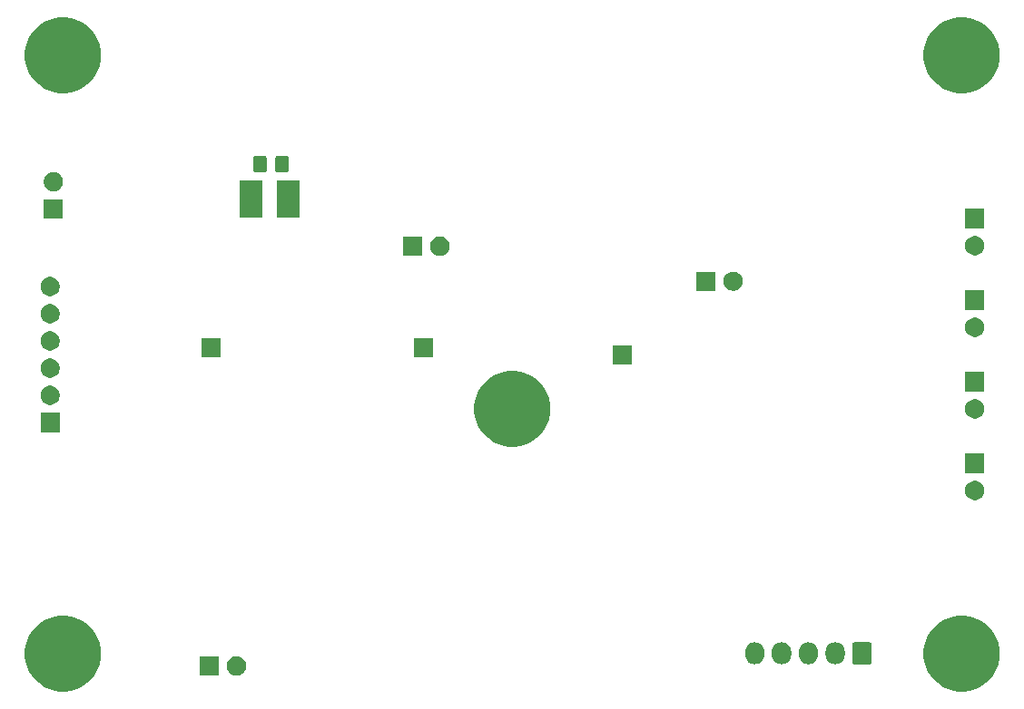
<source format=gbr>
G04 #@! TF.GenerationSoftware,KiCad,Pcbnew,(5.1.5)-3*
G04 #@! TF.CreationDate,2020-06-22T17:40:47-04:00*
G04 #@! TF.ProjectId,lab-supply-usb-boost-buck,6c61622d-7375-4707-906c-792d7573622d,rev?*
G04 #@! TF.SameCoordinates,Original*
G04 #@! TF.FileFunction,Soldermask,Bot*
G04 #@! TF.FilePolarity,Negative*
%FSLAX46Y46*%
G04 Gerber Fmt 4.6, Leading zero omitted, Abs format (unit mm)*
G04 Created by KiCad (PCBNEW (5.1.5)-3) date 2020-06-22 17:40:47*
%MOMM*%
%LPD*%
G04 APERTURE LIST*
%ADD10C,0.100000*%
G04 APERTURE END LIST*
D10*
G36*
X163593543Y-110892867D02*
G01*
X164238382Y-111159968D01*
X164817414Y-111546865D01*
X164818725Y-111547741D01*
X165312259Y-112041275D01*
X165312261Y-112041278D01*
X165700032Y-112621618D01*
X165967133Y-113266457D01*
X166103300Y-113951015D01*
X166103300Y-114648985D01*
X165967133Y-115333543D01*
X165700032Y-115978382D01*
X165455867Y-116343800D01*
X165312259Y-116558725D01*
X164818725Y-117052259D01*
X164818722Y-117052261D01*
X164238382Y-117440032D01*
X163593543Y-117707133D01*
X162908985Y-117843300D01*
X162211015Y-117843300D01*
X161526457Y-117707133D01*
X160881618Y-117440032D01*
X160301278Y-117052261D01*
X160301275Y-117052259D01*
X159807741Y-116558725D01*
X159664133Y-116343800D01*
X159419968Y-115978382D01*
X159152867Y-115333543D01*
X159016700Y-114648985D01*
X159016700Y-113951015D01*
X159152867Y-113266457D01*
X159419968Y-112621618D01*
X159807739Y-112041278D01*
X159807741Y-112041275D01*
X160301275Y-111547741D01*
X160302586Y-111546865D01*
X160881618Y-111159968D01*
X161526457Y-110892867D01*
X162211015Y-110756700D01*
X162908985Y-110756700D01*
X163593543Y-110892867D01*
G37*
G36*
X79773543Y-110892867D02*
G01*
X80418382Y-111159968D01*
X80997414Y-111546865D01*
X80998725Y-111547741D01*
X81492259Y-112041275D01*
X81492261Y-112041278D01*
X81880032Y-112621618D01*
X82147133Y-113266457D01*
X82283300Y-113951015D01*
X82283300Y-114648985D01*
X82147133Y-115333543D01*
X81880032Y-115978382D01*
X81635867Y-116343800D01*
X81492259Y-116558725D01*
X80998725Y-117052259D01*
X80998722Y-117052261D01*
X80418382Y-117440032D01*
X79773543Y-117707133D01*
X79088985Y-117843300D01*
X78391015Y-117843300D01*
X77706457Y-117707133D01*
X77061618Y-117440032D01*
X76481278Y-117052261D01*
X76481275Y-117052259D01*
X75987741Y-116558725D01*
X75844133Y-116343800D01*
X75599968Y-115978382D01*
X75332867Y-115333543D01*
X75196700Y-114648985D01*
X75196700Y-113951015D01*
X75332867Y-113266457D01*
X75599968Y-112621618D01*
X75987739Y-112041278D01*
X75987741Y-112041275D01*
X76481275Y-111547741D01*
X76482586Y-111546865D01*
X77061618Y-111159968D01*
X77706457Y-110892867D01*
X78391015Y-110756700D01*
X79088985Y-110756700D01*
X79773543Y-110892867D01*
G37*
G36*
X95182554Y-114576817D02*
G01*
X95346489Y-114644721D01*
X95494027Y-114743303D01*
X95619497Y-114868773D01*
X95718079Y-115016311D01*
X95785983Y-115180246D01*
X95820600Y-115354279D01*
X95820600Y-115531721D01*
X95785983Y-115705754D01*
X95718079Y-115869689D01*
X95619497Y-116017227D01*
X95494027Y-116142697D01*
X95346489Y-116241279D01*
X95182554Y-116309183D01*
X95008521Y-116343800D01*
X94831079Y-116343800D01*
X94657046Y-116309183D01*
X94493111Y-116241279D01*
X94345573Y-116142697D01*
X94220103Y-116017227D01*
X94121521Y-115869689D01*
X94053617Y-115705754D01*
X94019000Y-115531721D01*
X94019000Y-115354279D01*
X94053617Y-115180246D01*
X94121521Y-115016311D01*
X94220103Y-114868773D01*
X94345573Y-114743303D01*
X94493111Y-114644721D01*
X94657046Y-114576817D01*
X94831079Y-114542200D01*
X95008521Y-114542200D01*
X95182554Y-114576817D01*
G37*
G36*
X93280600Y-116343800D02*
G01*
X91479000Y-116343800D01*
X91479000Y-114542200D01*
X93280600Y-114542200D01*
X93280600Y-116343800D01*
G37*
G36*
X145940189Y-113249134D02*
G01*
X146109989Y-113300642D01*
X146266479Y-113384288D01*
X146403644Y-113496856D01*
X146516212Y-113634021D01*
X146599858Y-113790512D01*
X146651366Y-113960310D01*
X146664400Y-114092651D01*
X146664400Y-114431150D01*
X146651366Y-114563489D01*
X146599858Y-114733289D01*
X146516212Y-114889779D01*
X146403644Y-115026944D01*
X146266477Y-115139514D01*
X146109991Y-115223157D01*
X145940188Y-115274666D01*
X145763600Y-115292058D01*
X145587011Y-115274666D01*
X145417211Y-115223158D01*
X145260721Y-115139512D01*
X145123556Y-115026944D01*
X145010986Y-114889777D01*
X144927343Y-114733291D01*
X144875834Y-114563488D01*
X144862800Y-114431149D01*
X144862800Y-114092650D01*
X144875834Y-113960311D01*
X144927342Y-113790511D01*
X145010988Y-113634021D01*
X145123557Y-113496856D01*
X145260722Y-113384288D01*
X145417212Y-113300642D01*
X145587012Y-113249134D01*
X145763600Y-113231742D01*
X145940189Y-113249134D01*
G37*
G36*
X148440189Y-113249134D02*
G01*
X148609989Y-113300642D01*
X148766479Y-113384288D01*
X148903644Y-113496856D01*
X149016212Y-113634021D01*
X149099858Y-113790512D01*
X149151366Y-113960310D01*
X149164400Y-114092651D01*
X149164400Y-114431150D01*
X149151366Y-114563489D01*
X149099858Y-114733289D01*
X149016212Y-114889779D01*
X148903644Y-115026944D01*
X148766477Y-115139514D01*
X148609991Y-115223157D01*
X148440188Y-115274666D01*
X148263600Y-115292058D01*
X148087011Y-115274666D01*
X147917211Y-115223158D01*
X147760721Y-115139512D01*
X147623556Y-115026944D01*
X147510986Y-114889777D01*
X147427343Y-114733291D01*
X147375834Y-114563488D01*
X147362800Y-114431149D01*
X147362800Y-114092650D01*
X147375834Y-113960311D01*
X147427342Y-113790511D01*
X147510988Y-113634021D01*
X147623557Y-113496856D01*
X147760722Y-113384288D01*
X147917212Y-113300642D01*
X148087012Y-113249134D01*
X148263600Y-113231742D01*
X148440189Y-113249134D01*
G37*
G36*
X150940189Y-113249134D02*
G01*
X151109989Y-113300642D01*
X151266479Y-113384288D01*
X151403644Y-113496856D01*
X151516212Y-113634021D01*
X151599858Y-113790512D01*
X151651366Y-113960310D01*
X151664400Y-114092651D01*
X151664400Y-114431150D01*
X151651366Y-114563489D01*
X151599858Y-114733289D01*
X151516212Y-114889779D01*
X151403644Y-115026944D01*
X151266477Y-115139514D01*
X151109991Y-115223157D01*
X150940188Y-115274666D01*
X150763600Y-115292058D01*
X150587011Y-115274666D01*
X150417211Y-115223158D01*
X150260721Y-115139512D01*
X150123556Y-115026944D01*
X150010986Y-114889777D01*
X149927343Y-114733291D01*
X149875834Y-114563488D01*
X149862800Y-114431149D01*
X149862800Y-114092650D01*
X149875834Y-113960311D01*
X149927342Y-113790511D01*
X150010988Y-113634021D01*
X150123557Y-113496856D01*
X150260722Y-113384288D01*
X150417212Y-113300642D01*
X150587012Y-113249134D01*
X150763600Y-113231742D01*
X150940189Y-113249134D01*
G37*
G36*
X143440189Y-113249134D02*
G01*
X143609989Y-113300642D01*
X143766479Y-113384288D01*
X143903644Y-113496856D01*
X144016212Y-113634021D01*
X144099858Y-113790512D01*
X144151366Y-113960310D01*
X144164400Y-114092651D01*
X144164400Y-114431150D01*
X144151366Y-114563489D01*
X144099858Y-114733289D01*
X144016212Y-114889779D01*
X143903644Y-115026944D01*
X143766477Y-115139514D01*
X143609991Y-115223157D01*
X143440188Y-115274666D01*
X143263600Y-115292058D01*
X143087011Y-115274666D01*
X142917211Y-115223158D01*
X142760721Y-115139512D01*
X142623556Y-115026944D01*
X142510986Y-114889777D01*
X142427343Y-114733291D01*
X142375834Y-114563488D01*
X142362800Y-114431149D01*
X142362800Y-114092650D01*
X142375834Y-113960311D01*
X142427342Y-113790511D01*
X142510988Y-113634021D01*
X142623557Y-113496856D01*
X142760722Y-113384288D01*
X142917212Y-113300642D01*
X143087012Y-113249134D01*
X143263600Y-113231742D01*
X143440189Y-113249134D01*
G37*
G36*
X154008779Y-113240296D02*
G01*
X154044930Y-113251262D01*
X154078251Y-113269073D01*
X154107458Y-113293042D01*
X154131427Y-113322249D01*
X154149238Y-113355570D01*
X154160204Y-113391721D01*
X154164400Y-113434318D01*
X154164400Y-115089482D01*
X154160204Y-115132079D01*
X154149238Y-115168230D01*
X154131427Y-115201551D01*
X154107458Y-115230758D01*
X154078251Y-115254727D01*
X154044930Y-115272538D01*
X154008779Y-115283504D01*
X153966182Y-115287700D01*
X152561018Y-115287700D01*
X152518421Y-115283504D01*
X152482270Y-115272538D01*
X152448949Y-115254727D01*
X152419742Y-115230758D01*
X152395773Y-115201551D01*
X152377962Y-115168230D01*
X152366996Y-115132079D01*
X152362800Y-115089482D01*
X152362800Y-113434318D01*
X152366996Y-113391721D01*
X152377962Y-113355570D01*
X152395773Y-113322249D01*
X152419742Y-113293042D01*
X152448949Y-113269073D01*
X152482270Y-113251262D01*
X152518421Y-113240296D01*
X152561018Y-113236100D01*
X153966182Y-113236100D01*
X154008779Y-113240296D01*
G37*
G36*
X164041954Y-98193817D02*
G01*
X164205889Y-98261721D01*
X164353427Y-98360303D01*
X164478897Y-98485773D01*
X164577479Y-98633311D01*
X164645383Y-98797246D01*
X164680000Y-98971279D01*
X164680000Y-99148721D01*
X164645383Y-99322754D01*
X164577479Y-99486689D01*
X164478897Y-99634227D01*
X164353427Y-99759697D01*
X164205889Y-99858279D01*
X164041954Y-99926183D01*
X163867921Y-99960800D01*
X163690479Y-99960800D01*
X163516446Y-99926183D01*
X163352511Y-99858279D01*
X163204973Y-99759697D01*
X163079503Y-99634227D01*
X162980921Y-99486689D01*
X162913017Y-99322754D01*
X162878400Y-99148721D01*
X162878400Y-98971279D01*
X162913017Y-98797246D01*
X162980921Y-98633311D01*
X163079503Y-98485773D01*
X163204973Y-98360303D01*
X163352511Y-98261721D01*
X163516446Y-98193817D01*
X163690479Y-98159200D01*
X163867921Y-98159200D01*
X164041954Y-98193817D01*
G37*
G36*
X164680000Y-97420800D02*
G01*
X162878400Y-97420800D01*
X162878400Y-95619200D01*
X164680000Y-95619200D01*
X164680000Y-97420800D01*
G37*
G36*
X121683543Y-88032867D02*
G01*
X122328382Y-88299968D01*
X122907414Y-88686865D01*
X122908725Y-88687741D01*
X123402259Y-89181275D01*
X123402261Y-89181278D01*
X123790032Y-89761618D01*
X124057133Y-90406457D01*
X124193300Y-91091015D01*
X124193300Y-91788985D01*
X124057133Y-92473543D01*
X123790032Y-93118382D01*
X123403135Y-93697414D01*
X123402259Y-93698725D01*
X122908725Y-94192259D01*
X122908722Y-94192261D01*
X122328382Y-94580032D01*
X121683543Y-94847133D01*
X120998985Y-94983300D01*
X120301015Y-94983300D01*
X119616457Y-94847133D01*
X118971618Y-94580032D01*
X118391278Y-94192261D01*
X118391275Y-94192259D01*
X117897741Y-93698725D01*
X117896865Y-93697414D01*
X117509968Y-93118382D01*
X117242867Y-92473543D01*
X117106700Y-91788985D01*
X117106700Y-91091015D01*
X117242867Y-90406457D01*
X117509968Y-89761618D01*
X117897739Y-89181278D01*
X117897741Y-89181275D01*
X118391275Y-88687741D01*
X118392586Y-88686865D01*
X118971618Y-88299968D01*
X119616457Y-88032867D01*
X120301015Y-87896700D01*
X120998985Y-87896700D01*
X121683543Y-88032867D01*
G37*
G36*
X78447000Y-93610800D02*
G01*
X76645400Y-93610800D01*
X76645400Y-91809200D01*
X78447000Y-91809200D01*
X78447000Y-93610800D01*
G37*
G36*
X164041954Y-90573817D02*
G01*
X164205889Y-90641721D01*
X164353427Y-90740303D01*
X164478897Y-90865773D01*
X164577479Y-91013311D01*
X164645383Y-91177246D01*
X164680000Y-91351279D01*
X164680000Y-91528721D01*
X164645383Y-91702754D01*
X164577479Y-91866689D01*
X164478897Y-92014227D01*
X164353427Y-92139697D01*
X164205889Y-92238279D01*
X164041954Y-92306183D01*
X163867921Y-92340800D01*
X163690479Y-92340800D01*
X163516446Y-92306183D01*
X163352511Y-92238279D01*
X163204973Y-92139697D01*
X163079503Y-92014227D01*
X162980921Y-91866689D01*
X162913017Y-91702754D01*
X162878400Y-91528721D01*
X162878400Y-91351279D01*
X162913017Y-91177246D01*
X162980921Y-91013311D01*
X163079503Y-90865773D01*
X163204973Y-90740303D01*
X163352511Y-90641721D01*
X163516446Y-90573817D01*
X163690479Y-90539200D01*
X163867921Y-90539200D01*
X164041954Y-90573817D01*
G37*
G36*
X77808954Y-89303817D02*
G01*
X77972889Y-89371721D01*
X78120427Y-89470303D01*
X78245897Y-89595773D01*
X78344479Y-89743311D01*
X78412383Y-89907246D01*
X78447000Y-90081279D01*
X78447000Y-90258721D01*
X78412383Y-90432754D01*
X78344479Y-90596689D01*
X78245897Y-90744227D01*
X78120427Y-90869697D01*
X77972889Y-90968279D01*
X77808954Y-91036183D01*
X77634921Y-91070800D01*
X77457479Y-91070800D01*
X77283446Y-91036183D01*
X77119511Y-90968279D01*
X76971973Y-90869697D01*
X76846503Y-90744227D01*
X76747921Y-90596689D01*
X76680017Y-90432754D01*
X76645400Y-90258721D01*
X76645400Y-90081279D01*
X76680017Y-89907246D01*
X76747921Y-89743311D01*
X76846503Y-89595773D01*
X76971973Y-89470303D01*
X77119511Y-89371721D01*
X77283446Y-89303817D01*
X77457479Y-89269200D01*
X77634921Y-89269200D01*
X77808954Y-89303817D01*
G37*
G36*
X164680000Y-89800800D02*
G01*
X162878400Y-89800800D01*
X162878400Y-87999200D01*
X164680000Y-87999200D01*
X164680000Y-89800800D01*
G37*
G36*
X77808954Y-86763817D02*
G01*
X77972889Y-86831721D01*
X78120427Y-86930303D01*
X78245897Y-87055773D01*
X78344479Y-87203311D01*
X78412383Y-87367246D01*
X78447000Y-87541279D01*
X78447000Y-87718721D01*
X78412383Y-87892754D01*
X78344479Y-88056689D01*
X78245897Y-88204227D01*
X78120427Y-88329697D01*
X77972889Y-88428279D01*
X77808954Y-88496183D01*
X77634921Y-88530800D01*
X77457479Y-88530800D01*
X77283446Y-88496183D01*
X77119511Y-88428279D01*
X76971973Y-88329697D01*
X76846503Y-88204227D01*
X76747921Y-88056689D01*
X76680017Y-87892754D01*
X76645400Y-87718721D01*
X76645400Y-87541279D01*
X76680017Y-87367246D01*
X76747921Y-87203311D01*
X76846503Y-87055773D01*
X76971973Y-86930303D01*
X77119511Y-86831721D01*
X77283446Y-86763817D01*
X77457479Y-86729200D01*
X77634921Y-86729200D01*
X77808954Y-86763817D01*
G37*
G36*
X131787000Y-87298900D02*
G01*
X129985400Y-87298900D01*
X129985400Y-85497300D01*
X131787000Y-85497300D01*
X131787000Y-87298900D01*
G37*
G36*
X113295800Y-86625800D02*
G01*
X111494200Y-86625800D01*
X111494200Y-84824200D01*
X113295800Y-84824200D01*
X113295800Y-86625800D01*
G37*
G36*
X93483800Y-86625800D02*
G01*
X91682200Y-86625800D01*
X91682200Y-84824200D01*
X93483800Y-84824200D01*
X93483800Y-86625800D01*
G37*
G36*
X77808954Y-84223817D02*
G01*
X77972889Y-84291721D01*
X78120427Y-84390303D01*
X78245897Y-84515773D01*
X78344479Y-84663311D01*
X78412383Y-84827246D01*
X78447000Y-85001279D01*
X78447000Y-85178721D01*
X78412383Y-85352754D01*
X78344479Y-85516689D01*
X78245897Y-85664227D01*
X78120427Y-85789697D01*
X77972889Y-85888279D01*
X77808954Y-85956183D01*
X77634921Y-85990800D01*
X77457479Y-85990800D01*
X77283446Y-85956183D01*
X77119511Y-85888279D01*
X76971973Y-85789697D01*
X76846503Y-85664227D01*
X76747921Y-85516689D01*
X76680017Y-85352754D01*
X76645400Y-85178721D01*
X76645400Y-85001279D01*
X76680017Y-84827246D01*
X76747921Y-84663311D01*
X76846503Y-84515773D01*
X76971973Y-84390303D01*
X77119511Y-84291721D01*
X77283446Y-84223817D01*
X77457479Y-84189200D01*
X77634921Y-84189200D01*
X77808954Y-84223817D01*
G37*
G36*
X164041954Y-82953817D02*
G01*
X164205889Y-83021721D01*
X164353427Y-83120303D01*
X164478897Y-83245773D01*
X164577479Y-83393311D01*
X164645383Y-83557246D01*
X164680000Y-83731279D01*
X164680000Y-83908721D01*
X164645383Y-84082754D01*
X164577479Y-84246689D01*
X164478897Y-84394227D01*
X164353427Y-84519697D01*
X164205889Y-84618279D01*
X164041954Y-84686183D01*
X163867921Y-84720800D01*
X163690479Y-84720800D01*
X163516446Y-84686183D01*
X163352511Y-84618279D01*
X163204973Y-84519697D01*
X163079503Y-84394227D01*
X162980921Y-84246689D01*
X162913017Y-84082754D01*
X162878400Y-83908721D01*
X162878400Y-83731279D01*
X162913017Y-83557246D01*
X162980921Y-83393311D01*
X163079503Y-83245773D01*
X163204973Y-83120303D01*
X163352511Y-83021721D01*
X163516446Y-82953817D01*
X163690479Y-82919200D01*
X163867921Y-82919200D01*
X164041954Y-82953817D01*
G37*
G36*
X77808954Y-81683817D02*
G01*
X77972889Y-81751721D01*
X78120427Y-81850303D01*
X78245897Y-81975773D01*
X78344479Y-82123311D01*
X78412383Y-82287246D01*
X78447000Y-82461279D01*
X78447000Y-82638721D01*
X78412383Y-82812754D01*
X78344479Y-82976689D01*
X78245897Y-83124227D01*
X78120427Y-83249697D01*
X77972889Y-83348279D01*
X77808954Y-83416183D01*
X77634921Y-83450800D01*
X77457479Y-83450800D01*
X77283446Y-83416183D01*
X77119511Y-83348279D01*
X76971973Y-83249697D01*
X76846503Y-83124227D01*
X76747921Y-82976689D01*
X76680017Y-82812754D01*
X76645400Y-82638721D01*
X76645400Y-82461279D01*
X76680017Y-82287246D01*
X76747921Y-82123311D01*
X76846503Y-81975773D01*
X76971973Y-81850303D01*
X77119511Y-81751721D01*
X77283446Y-81683817D01*
X77457479Y-81649200D01*
X77634921Y-81649200D01*
X77808954Y-81683817D01*
G37*
G36*
X164680000Y-82180800D02*
G01*
X162878400Y-82180800D01*
X162878400Y-80379200D01*
X164680000Y-80379200D01*
X164680000Y-82180800D01*
G37*
G36*
X77808954Y-79143817D02*
G01*
X77972889Y-79211721D01*
X78120427Y-79310303D01*
X78245897Y-79435773D01*
X78344479Y-79583311D01*
X78412383Y-79747246D01*
X78447000Y-79921279D01*
X78447000Y-80098721D01*
X78412383Y-80272754D01*
X78344479Y-80436689D01*
X78245897Y-80584227D01*
X78120427Y-80709697D01*
X77972889Y-80808279D01*
X77808954Y-80876183D01*
X77634921Y-80910800D01*
X77457479Y-80910800D01*
X77283446Y-80876183D01*
X77119511Y-80808279D01*
X76971973Y-80709697D01*
X76846503Y-80584227D01*
X76747921Y-80436689D01*
X76680017Y-80272754D01*
X76645400Y-80098721D01*
X76645400Y-79921279D01*
X76680017Y-79747246D01*
X76747921Y-79583311D01*
X76846503Y-79435773D01*
X76971973Y-79310303D01*
X77119511Y-79211721D01*
X77283446Y-79143817D01*
X77457479Y-79109200D01*
X77634921Y-79109200D01*
X77808954Y-79143817D01*
G37*
G36*
X139610200Y-80428200D02*
G01*
X137808600Y-80428200D01*
X137808600Y-78626600D01*
X139610200Y-78626600D01*
X139610200Y-80428200D01*
G37*
G36*
X141512154Y-78661217D02*
G01*
X141676089Y-78729121D01*
X141823627Y-78827703D01*
X141949097Y-78953173D01*
X142047679Y-79100711D01*
X142115583Y-79264646D01*
X142150200Y-79438679D01*
X142150200Y-79616121D01*
X142115583Y-79790154D01*
X142047679Y-79954089D01*
X141949097Y-80101627D01*
X141823627Y-80227097D01*
X141676089Y-80325679D01*
X141512154Y-80393583D01*
X141338121Y-80428200D01*
X141160679Y-80428200D01*
X140986646Y-80393583D01*
X140822711Y-80325679D01*
X140675173Y-80227097D01*
X140549703Y-80101627D01*
X140451121Y-79954089D01*
X140383217Y-79790154D01*
X140348600Y-79616121D01*
X140348600Y-79438679D01*
X140383217Y-79264646D01*
X140451121Y-79100711D01*
X140549703Y-78953173D01*
X140675173Y-78827703D01*
X140822711Y-78729121D01*
X140986646Y-78661217D01*
X141160679Y-78626600D01*
X141338121Y-78626600D01*
X141512154Y-78661217D01*
G37*
G36*
X114156354Y-75384617D02*
G01*
X114320289Y-75452521D01*
X114467827Y-75551103D01*
X114593297Y-75676573D01*
X114691879Y-75824111D01*
X114759783Y-75988046D01*
X114794400Y-76162079D01*
X114794400Y-76339521D01*
X114759783Y-76513554D01*
X114691879Y-76677489D01*
X114593297Y-76825027D01*
X114467827Y-76950497D01*
X114320289Y-77049079D01*
X114156354Y-77116983D01*
X113982321Y-77151600D01*
X113804879Y-77151600D01*
X113630846Y-77116983D01*
X113466911Y-77049079D01*
X113319373Y-76950497D01*
X113193903Y-76825027D01*
X113095321Y-76677489D01*
X113027417Y-76513554D01*
X112992800Y-76339521D01*
X112992800Y-76162079D01*
X113027417Y-75988046D01*
X113095321Y-75824111D01*
X113193903Y-75676573D01*
X113319373Y-75551103D01*
X113466911Y-75452521D01*
X113630846Y-75384617D01*
X113804879Y-75350000D01*
X113982321Y-75350000D01*
X114156354Y-75384617D01*
G37*
G36*
X112254400Y-77151600D02*
G01*
X110452800Y-77151600D01*
X110452800Y-75350000D01*
X112254400Y-75350000D01*
X112254400Y-77151600D01*
G37*
G36*
X164041954Y-75333817D02*
G01*
X164205889Y-75401721D01*
X164353427Y-75500303D01*
X164478897Y-75625773D01*
X164577479Y-75773311D01*
X164645383Y-75937246D01*
X164680000Y-76111279D01*
X164680000Y-76288721D01*
X164645383Y-76462754D01*
X164577479Y-76626689D01*
X164478897Y-76774227D01*
X164353427Y-76899697D01*
X164205889Y-76998279D01*
X164041954Y-77066183D01*
X163867921Y-77100800D01*
X163690479Y-77100800D01*
X163516446Y-77066183D01*
X163352511Y-76998279D01*
X163204973Y-76899697D01*
X163079503Y-76774227D01*
X162980921Y-76626689D01*
X162913017Y-76462754D01*
X162878400Y-76288721D01*
X162878400Y-76111279D01*
X162913017Y-75937246D01*
X162980921Y-75773311D01*
X163079503Y-75625773D01*
X163204973Y-75500303D01*
X163352511Y-75401721D01*
X163516446Y-75333817D01*
X163690479Y-75299200D01*
X163867921Y-75299200D01*
X164041954Y-75333817D01*
G37*
G36*
X164680000Y-74560800D02*
G01*
X162878400Y-74560800D01*
X162878400Y-72759200D01*
X164680000Y-72759200D01*
X164680000Y-74560800D01*
G37*
G36*
X78751800Y-73671800D02*
G01*
X76950200Y-73671800D01*
X76950200Y-71870200D01*
X78751800Y-71870200D01*
X78751800Y-73671800D01*
G37*
G36*
X100774500Y-73583800D02*
G01*
X98666300Y-73583800D01*
X98666300Y-70078600D01*
X100774500Y-70078600D01*
X100774500Y-73583800D01*
G37*
G36*
X97320100Y-73583800D02*
G01*
X95211900Y-73583800D01*
X95211900Y-70078600D01*
X97320100Y-70078600D01*
X97320100Y-73583800D01*
G37*
G36*
X78113754Y-69364817D02*
G01*
X78277689Y-69432721D01*
X78425227Y-69531303D01*
X78550697Y-69656773D01*
X78649279Y-69804311D01*
X78717183Y-69968246D01*
X78751800Y-70142279D01*
X78751800Y-70319721D01*
X78717183Y-70493754D01*
X78649279Y-70657689D01*
X78550697Y-70805227D01*
X78425227Y-70930697D01*
X78277689Y-71029279D01*
X78113754Y-71097183D01*
X77939721Y-71131800D01*
X77762279Y-71131800D01*
X77588246Y-71097183D01*
X77424311Y-71029279D01*
X77276773Y-70930697D01*
X77151303Y-70805227D01*
X77052721Y-70657689D01*
X76984817Y-70493754D01*
X76950200Y-70319721D01*
X76950200Y-70142279D01*
X76984817Y-69968246D01*
X77052721Y-69804311D01*
X77151303Y-69656773D01*
X77276773Y-69531303D01*
X77424311Y-69432721D01*
X77588246Y-69364817D01*
X77762279Y-69330200D01*
X77939721Y-69330200D01*
X78113754Y-69364817D01*
G37*
G36*
X99623981Y-67833796D02*
G01*
X99664052Y-67845952D01*
X99700976Y-67865688D01*
X99733346Y-67892254D01*
X99759912Y-67924624D01*
X99779648Y-67961548D01*
X99791804Y-68001619D01*
X99796400Y-68048286D01*
X99796400Y-69111714D01*
X99791804Y-69158381D01*
X99779648Y-69198452D01*
X99759912Y-69235376D01*
X99733346Y-69267746D01*
X99700976Y-69294312D01*
X99664052Y-69314048D01*
X99623981Y-69326204D01*
X99577314Y-69330800D01*
X98763886Y-69330800D01*
X98717219Y-69326204D01*
X98677148Y-69314048D01*
X98640224Y-69294312D01*
X98607854Y-69267746D01*
X98581288Y-69235376D01*
X98561552Y-69198452D01*
X98549396Y-69158381D01*
X98544800Y-69111714D01*
X98544800Y-68048286D01*
X98549396Y-68001619D01*
X98561552Y-67961548D01*
X98581288Y-67924624D01*
X98607854Y-67892254D01*
X98640224Y-67865688D01*
X98677148Y-67845952D01*
X98717219Y-67833796D01*
X98763886Y-67829200D01*
X99577314Y-67829200D01*
X99623981Y-67833796D01*
G37*
G36*
X97573981Y-67833796D02*
G01*
X97614052Y-67845952D01*
X97650976Y-67865688D01*
X97683346Y-67892254D01*
X97709912Y-67924624D01*
X97729648Y-67961548D01*
X97741804Y-68001619D01*
X97746400Y-68048286D01*
X97746400Y-69111714D01*
X97741804Y-69158381D01*
X97729648Y-69198452D01*
X97709912Y-69235376D01*
X97683346Y-69267746D01*
X97650976Y-69294312D01*
X97614052Y-69314048D01*
X97573981Y-69326204D01*
X97527314Y-69330800D01*
X96713886Y-69330800D01*
X96667219Y-69326204D01*
X96627148Y-69314048D01*
X96590224Y-69294312D01*
X96557854Y-69267746D01*
X96531288Y-69235376D01*
X96511552Y-69198452D01*
X96499396Y-69158381D01*
X96494800Y-69111714D01*
X96494800Y-68048286D01*
X96499396Y-68001619D01*
X96511552Y-67961548D01*
X96531288Y-67924624D01*
X96557854Y-67892254D01*
X96590224Y-67865688D01*
X96627148Y-67845952D01*
X96667219Y-67833796D01*
X96713886Y-67829200D01*
X97527314Y-67829200D01*
X97573981Y-67833796D01*
G37*
G36*
X163593543Y-55012867D02*
G01*
X164238382Y-55279968D01*
X164817414Y-55666865D01*
X164818725Y-55667741D01*
X165312259Y-56161275D01*
X165312261Y-56161278D01*
X165700032Y-56741618D01*
X165967133Y-57386457D01*
X166103300Y-58071015D01*
X166103300Y-58768985D01*
X165967133Y-59453543D01*
X165700032Y-60098382D01*
X165313135Y-60677414D01*
X165312259Y-60678725D01*
X164818725Y-61172259D01*
X164818722Y-61172261D01*
X164238382Y-61560032D01*
X163593543Y-61827133D01*
X162908985Y-61963300D01*
X162211015Y-61963300D01*
X161526457Y-61827133D01*
X160881618Y-61560032D01*
X160301278Y-61172261D01*
X160301275Y-61172259D01*
X159807741Y-60678725D01*
X159806865Y-60677414D01*
X159419968Y-60098382D01*
X159152867Y-59453543D01*
X159016700Y-58768985D01*
X159016700Y-58071015D01*
X159152867Y-57386457D01*
X159419968Y-56741618D01*
X159807739Y-56161278D01*
X159807741Y-56161275D01*
X160301275Y-55667741D01*
X160302586Y-55666865D01*
X160881618Y-55279968D01*
X161526457Y-55012867D01*
X162211015Y-54876700D01*
X162908985Y-54876700D01*
X163593543Y-55012867D01*
G37*
G36*
X79773543Y-55012867D02*
G01*
X80418382Y-55279968D01*
X80997414Y-55666865D01*
X80998725Y-55667741D01*
X81492259Y-56161275D01*
X81492261Y-56161278D01*
X81880032Y-56741618D01*
X82147133Y-57386457D01*
X82283300Y-58071015D01*
X82283300Y-58768985D01*
X82147133Y-59453543D01*
X81880032Y-60098382D01*
X81493135Y-60677414D01*
X81492259Y-60678725D01*
X80998725Y-61172259D01*
X80998722Y-61172261D01*
X80418382Y-61560032D01*
X79773543Y-61827133D01*
X79088985Y-61963300D01*
X78391015Y-61963300D01*
X77706457Y-61827133D01*
X77061618Y-61560032D01*
X76481278Y-61172261D01*
X76481275Y-61172259D01*
X75987741Y-60678725D01*
X75986865Y-60677414D01*
X75599968Y-60098382D01*
X75332867Y-59453543D01*
X75196700Y-58768985D01*
X75196700Y-58071015D01*
X75332867Y-57386457D01*
X75599968Y-56741618D01*
X75987739Y-56161278D01*
X75987741Y-56161275D01*
X76481275Y-55667741D01*
X76482586Y-55666865D01*
X77061618Y-55279968D01*
X77706457Y-55012867D01*
X78391015Y-54876700D01*
X79088985Y-54876700D01*
X79773543Y-55012867D01*
G37*
M02*

</source>
